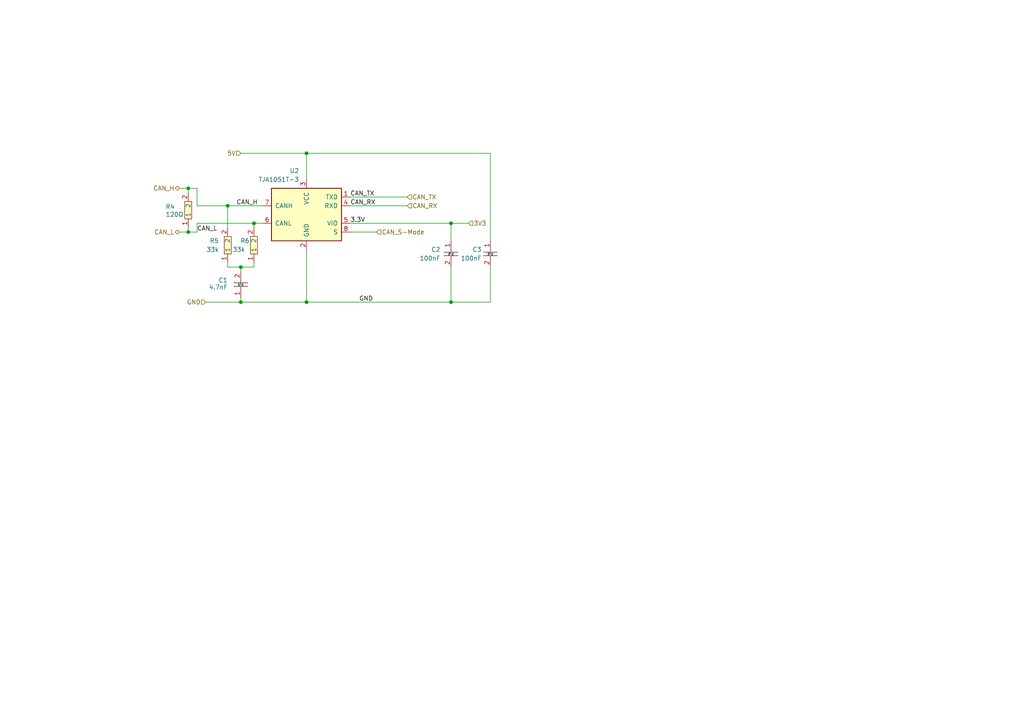
<source format=kicad_sch>
(kicad_sch (version 20250114) (generator "eeschema") (generator_version "9.0")
  (paper "A4")
  (title_block (title "E-Kart Option 1") (date "2025-04-01") (rev "1") (company "Leomax") (comment 1 "zentrale Steuer- und Kommunkationsplatine") (comment 2 "Bachelorarbiet") (comment 3 "Sebastian Hampl"))
  (lib_symbols
    (symbol "EasyEda2KiCad:0603WAF1200T5E"
      (property "Reference" "R" (at 0 5.08 0))
      (property "Value" "0603WAF1200T5E" (at 0 -5.08 0))
      (symbol "0603WAF1200T5E_0_1"
        (rectangle (start -2.54 1.02) (end 2.54 -1.02) (fill (type background)))
        (pin input line (at -5.08 0 0) (length 2.54) (name "1") (number "1"))
        (pin input line (at 5.08 0 180) (length 2.54) (name "2") (number "2"))
      )
    )
    (symbol "Interface_CAN_LIN:TJA1051T-3" (pin_names (offset 1.016))
      (property "Reference" "U" (at -10.16 8.89 0))
      (property "Value" "TJA1051T-3" (at 1.27 8.89 0))
      (symbol "TJA1051T-3_0_1"
        (rectangle (start -10.16 7.62) (end 10.16 -7.62) (stroke (width 0.254)) (fill (type background)))
      )
      (symbol "TJA1051T-3_1_1"
        (pin input line (at -12.7 5.08 0) (length 2.54) (name "TXD") (number "1"))
        (pin output line (at -12.7 2.54 0) (length 2.54) (name "RXD") (number "4"))
        (pin power_in line (at -12.7 -2.54 0) (length 2.54) (name "VIO") (number "5"))
        (pin input line (at -12.7 -5.08 0) (length 2.54) (name "S") (number "8"))
        (pin power_in line (at 0 10.16 270) (length 2.54) (name "VCC") (number "3"))
        (pin power_in line (at 0 -10.16 90) (length 2.54) (name "GND") (number "2"))
        (pin bidirectional line (at 12.7 2.54 180) (length 2.54) (name "CANH") (number "7"))
        (pin bidirectional line (at 12.7 -2.54 180) (length 2.54) (name "CANL") (number "6"))
      )
    )
    (symbol "easyeda2kicad:0603WAF3302T5E"
      (property "Reference" "R" (at 0 5.08 0))
      (property "Value" "0603WAF3302T5E" (at 0 -5.08 0))
      (symbol "0603WAF3302T5E_0_1"
        (rectangle (start -2.54 1.02) (end 2.54 -1.02) (fill (type background)))
        (pin input line (at -5.08 0 0) (length 2.54) (name "1") (number "1"))
        (pin input line (at 5.08 0 180) (length 2.54) (name "2") (number "2"))
      )
    )
    (symbol "easyeda2kicad:0805B472K500NT"
      (property "Reference" "C" (at 0 5.08 0))
      (property "Value" "0805B472K500NT" (at 0 -5.08 0))
      (symbol "0805B472K500NT_0_1"
        (polyline (pts (xy -1.27 0) (xy -0.51 0)))
        (polyline (pts (xy -0.51 2.03) (xy -0.51 -2.03)))
        (polyline (pts (xy 0.51 2.03) (xy 0.51 -2.03)))
        (polyline (pts (xy 0.51 0) (xy 1.27 0)))
        (pin input line (at -3.81 0 0) (length 2.54) (name "1") (number "1"))
        (pin input line (at 3.81 0 180) (length 2.54) (name "2") (number "2"))
      )
    )
    (symbol "easyeda2kicad:CL10B104KA8NNNC"
      (property "Reference" "C" (at 0 5.08 0))
      (property "Value" "CL10B104KA8NNNC" (at 0 -5.08 0))
      (symbol "CL10B104KA8NNNC_0_1"
        (polyline (pts (xy -1.27 0) (xy -0.51 0)))
        (polyline (pts (xy -0.51 2.03) (xy -0.51 -2.03)))
        (polyline (pts (xy 0.51 2.03) (xy 0.51 -2.03)))
        (polyline (pts (xy 0.51 0) (xy 1.27 0)))
        (pin input line (at -3.81 0 0) (length 2.54) (name "1") (number "1"))
        (pin input line (at 3.81 0 180) (length 2.54) (name "2") (number "2"))
      )
    )
  )
  (junction (at 54.61 67.31))
  (junction (at 88.9 87.63))
  (junction (at 73.66 64.77))
  (junction (at 54.61 54.61))
  (junction (at 88.9 44.45))
  (junction (at 130.81 87.63))
  (junction (at 66.04 59.69))
  (junction (at 69.85 77.47))
  (junction (at 69.85 87.63))
  (junction (at 130.81 64.77))
  (wire (pts (xy 57.15 67.31) (xy 57.15 64.77)))
  (wire (pts (xy 130.81 64.77) (xy 135.89 64.77)))
  (wire (pts (xy 142.24 87.63) (xy 130.81 87.63)))
  (wire (pts (xy 54.61 67.31) (xy 52.07 67.31)))
  (wire (pts (xy 57.15 54.61) (xy 57.15 59.69)))
  (wire (pts (xy 69.85 87.63) (xy 69.85 86.36)))
  (wire (pts (xy 76.2 59.69) (xy 66.04 59.69)))
  (wire (pts (xy 57.15 54.61) (xy 54.61 54.61)))
  (wire (pts (xy 76.2 64.77) (xy 73.66 64.77)))
  (wire (pts (xy 88.9 72.39) (xy 88.9 87.63)))
  (wire (pts (xy 130.81 77.47) (xy 130.81 87.63)))
  (wire (pts (xy 130.81 64.77) (xy 101.6 64.77)))
  (wire (pts (xy 130.81 64.77) (xy 130.81 69.85)))
  (wire (pts (xy 57.15 67.31) (xy 54.61 67.31)))
  (wire (pts (xy 69.85 78.74) (xy 69.85 77.47)))
  (wire (pts (xy 142.24 44.45) (xy 142.24 69.85)))
  (wire (pts (xy 73.66 77.47) (xy 73.66 76.2)))
  (wire (pts (xy 57.15 64.77) (xy 73.66 64.77)))
  (wire (pts (xy 66.04 59.69) (xy 66.04 66.04)))
  (wire (pts (xy 54.61 54.61) (xy 54.61 55.88)))
  (wire (pts (xy 101.6 59.69) (xy 118.11 59.69)))
  (wire (pts (xy 101.6 57.15) (xy 118.11 57.15)))
  (wire (pts (xy 69.85 87.63) (xy 88.9 87.63)))
  (wire (pts (xy 88.9 44.45) (xy 88.9 52.07)))
  (wire (pts (xy 57.15 59.69) (xy 66.04 59.69)))
  (wire (pts (xy 130.81 87.63) (xy 88.9 87.63)))
  (wire (pts (xy 59.69 87.63) (xy 69.85 87.63)))
  (wire (pts (xy 54.61 66.04) (xy 54.61 67.31)))
  (wire (pts (xy 73.66 77.47) (xy 69.85 77.47)))
  (wire (pts (xy 73.66 66.04) (xy 73.66 64.77)))
  (wire (pts (xy 142.24 77.47) (xy 142.24 87.63)))
  (wire (pts (xy 66.04 77.47) (xy 69.85 77.47)))
  (wire (pts (xy 142.24 44.45) (xy 88.9 44.45)))
  (wire (pts (xy 66.04 76.2) (xy 66.04 77.47)))
  (wire (pts (xy 54.61 54.61) (xy 52.07 54.61)))
  (wire (pts (xy 109.22 67.31) (xy 101.6 67.31)))
  (wire (pts (xy 69.85 44.45) (xy 88.9 44.45)))
  (label "3.3V" (at 101.6 64.77 0))
  (label "GND" (at 104.14 87.63 0))
  (label "CAN_TX" (at 101.6 57.15 0))
  (label "CAN_RX" (at 101.6 59.69 0))
  (label "CAN_L" (at 57.15 67.31 0))
  (label "CAN_H" (at 68.58 59.69 0))
  (hierarchical_label "5V" (shape input) (at 69.85 44.45 180))
  (hierarchical_label "3V3" (shape input) (at 135.89 64.77 0))
  (hierarchical_label "CAN_S-Mode" (shape input) (at 109.22 67.31 0))
  (hierarchical_label "CAN_L" (shape bidirectional) (at 52.07 67.31 180))
  (hierarchical_label "CAN_TX" (shape input) (at 118.11 57.15 0))
  (hierarchical_label "GND" (shape input) (at 59.69 87.63 180))
  (hierarchical_label "CAN_H" (shape bidirectional) (at 52.07 54.61 180))
  (hierarchical_label "CAN_RX" (shape input) (at 118.11 59.69 0))
  (symbol (lib_id "easyeda2kicad:CL10B104KA8NNNC") (at 130.81 73.66 90) (mirror x) (unit 1)
    (property "Reference" "C2" (at 127.762 72.39 90) (effects (justify left)))
    (property "Value" "100nF" (at 127.762 74.93 90) (effects (justify left)))
    (property "Footprint" "easyeda2kicad:C0603" (effects (hide yes)))
    (property "Datasheet" "https://lcsc.com/product-detail/Multilayer-Ceramic-Capacitors-MLCC-SMD-SMT_SAMSUNG_CL10B104KA8NNNC_100nF-104-10-25V_C1590.html" (effects (hide yes)))
    (property "LCSC Part" "C1590" (effects (hide yes)))
  )
  (symbol (lib_id "easyeda2kicad:0603WAF3302T5E") (at 66.04 71.12 270) (mirror x) (unit 1)
    (property "Reference" "R5" (at 63.5 69.8499 90) (effects (justify right)))
    (property "Value" "33k" (at 63.5 72.3899 90) (effects (justify right)))
    (property "Footprint" "easyeda2kicad:R0603" (effects (hide yes)))
    (property "Datasheet" "https://lcsc.com/product-detail/Chip-Resistor-Surface-Mount-UniOhm_33KR-3302-1_C4216.html" (effects (hide yes)))
    (property "LCSC Part" "C4216" (effects (hide yes)))
  )
  (symbol (lib_id "easyeda2kicad:CL10B104KA8NNNC") (at 142.24 73.66 90) (mirror x) (unit 1)
    (property "Reference" "C3" (at 139.7 72.39 90) (effects (justify left)))
    (property "Value" "100nF" (at 139.7 74.93 90) (effects (justify left)))
    (property "Footprint" "easyeda2kicad:C0603" (effects (hide yes)))
    (property "Datasheet" "https://lcsc.com/product-detail/Multilayer-Ceramic-Capacitors-MLCC-SMD-SMT_SAMSUNG_CL10B104KA8NNNC_100nF-104-10-25V_C1590.html" (effects (hide yes)))
    (property "LCSC Part" "C1590" (effects (hide yes)))
  )
  (symbol (lib_id "EasyEda2KiCad:0603WAF1200T5E") (at 54.61 60.96 90) (unit 1)
    (property "Reference" "R4" (at 48.006 59.944 90) (effects (justify right)))
    (property "Value" "120Ω" (at 48.006 62.23 90) (effects (justify right)))
    (property "Footprint" "easyeda2kicad:R0603" (effects (hide yes)))
    (property "Datasheet" "https://lcsc.com/product-detail/Chip-Resistor-Surface-Mount-UniOhm_120R-1200-1_C22787.html" (effects (hide yes)))
    (property "LCSC Part" "C22787" (effects (hide yes)))
  )
  (symbol (lib_id "Interface_CAN_LIN:TJA1051T-3") (at 88.9 62.23 0) (mirror y) (unit 1)
    (property "Reference" "U2" (at 86.7567 49.53 0) (effects (justify left)))
    (property "Value" "TJA1051T-3" (at 86.7567 52.07 0) (effects (justify left)))
    (property "Footprint" "Package_SO:SOIC-8_3.9x4.9mm_P1.27mm" (effects (hide yes)))
    (property "Datasheet" "http://www.nxp.com/docs/en/data-sheet/TJA1051.pdf" (effects (hide yes)))
    (property "Description" "High-Speed CAN Transceiver, separate VIO, silent mode, SOIC-8" (effects (hide yes)))
  )
  (symbol (lib_id "easyeda2kicad:0805B472K500NT") (at 69.85 82.55 270) (mirror x) (unit 1)
    (property "Reference" "C1" (at 66.04 81.2799 90) (effects (justify right)))
    (property "Value" "4.7nF" (at 66.04 83.312 90) (effects (justify right)))
    (property "Footprint" "easyeda2kicad:C0805" (effects (hide yes)))
    (property "Datasheet" "https://lcsc.com/product-detail/Multilayer-Ceramic-Capacitors-MLCC-SMD-SMT_4-7nF-472-10-50V_C1744.html" (effects (hide yes)))
    (property "LCSC Part" "C1744" (effects (hide yes)))
  )
  (symbol (lib_id "easyeda2kicad:0603WAF3302T5E") (at 73.66 71.12 270) (mirror x) (unit 1)
    (property "Reference" "R6" (at 72.39 69.85 90) (effects (justify right)))
    (property "Value" "33k" (at 71.12 72.3899 90) (effects (justify right)))
    (property "Footprint" "easyeda2kicad:R0603" (effects (hide yes)))
    (property "Datasheet" "https://lcsc.com/product-detail/Chip-Resistor-Surface-Mount-UniOhm_33KR-3302-1_C4216.html" (effects (hide yes)))
    (property "LCSC Part" "C4216" (effects (hide yes)))
  )
)
</source>
